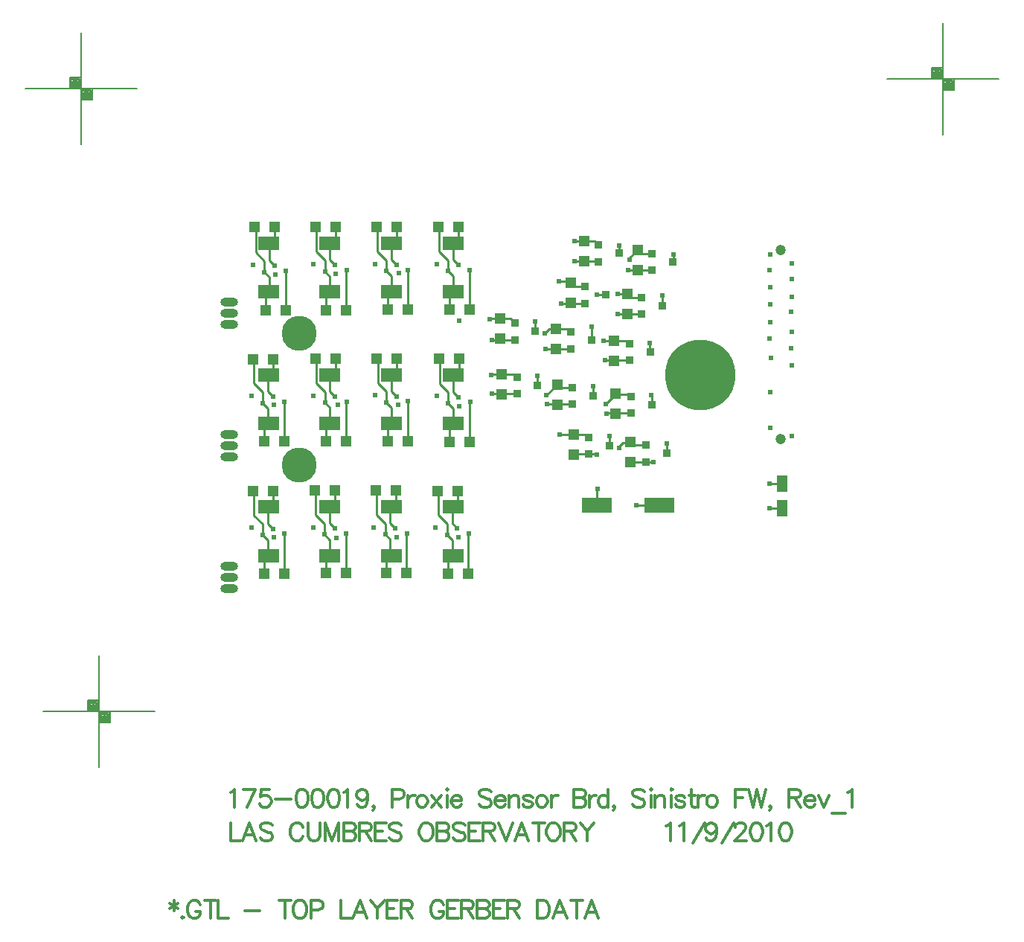
<source format=gtl>
%FSLAX23Y23*%
%MOIN*%
G70*
G01*
G75*
G04 Layer_Physical_Order=1*
G04 Layer_Color=255*
%ADD10R,0.135X0.070*%
%ADD11R,0.050X0.050*%
%ADD12R,0.094X0.059*%
%ADD13R,0.037X0.035*%
%ADD14R,0.037X0.035*%
%ADD15R,0.050X0.050*%
%ADD16R,0.048X0.078*%
%ADD17C,0.010*%
%ADD18C,0.012*%
%ADD19C,0.008*%
%ADD20C,0.012*%
%ADD21C,0.012*%
%ADD22C,0.157*%
%ADD23C,0.315*%
%ADD24O,0.079X0.039*%
%ADD25O,0.079X0.039*%
%ADD26C,0.047*%
%ADD27C,0.024*%
D10*
X16881Y11873D02*
D03*
X16601D02*
D03*
D11*
X16031Y12748D02*
D03*
X15941D02*
D03*
X15888Y11937D02*
D03*
X15978D02*
D03*
X16027Y11567D02*
D03*
X15937D02*
D03*
X15611Y11938D02*
D03*
X15701D02*
D03*
X15750Y11568D02*
D03*
X15660D02*
D03*
X15339Y11938D02*
D03*
X15429D02*
D03*
X15478Y11568D02*
D03*
X15388D02*
D03*
X15063Y11936D02*
D03*
X15153D02*
D03*
X15202Y11566D02*
D03*
X15112D02*
D03*
X15894Y12528D02*
D03*
X15984D02*
D03*
X16033Y12156D02*
D03*
X15943D02*
D03*
X15617Y12529D02*
D03*
X15707D02*
D03*
X15756Y12159D02*
D03*
X15666D02*
D03*
X15341Y12528D02*
D03*
X15431D02*
D03*
X15480Y12158D02*
D03*
X15390D02*
D03*
X15063Y12527D02*
D03*
X15153D02*
D03*
X15202Y12160D02*
D03*
X15112D02*
D03*
X15892Y13118D02*
D03*
X15982D02*
D03*
X15616Y13118D02*
D03*
X15706D02*
D03*
X15755Y12748D02*
D03*
X15665D02*
D03*
X15341Y13118D02*
D03*
X15431D02*
D03*
X15480Y12747D02*
D03*
X15390D02*
D03*
X15070Y13118D02*
D03*
X15160D02*
D03*
X15209Y12744D02*
D03*
X15119D02*
D03*
D12*
X15958Y11864D02*
D03*
Y11647D02*
D03*
X15682Y11864D02*
D03*
Y11647D02*
D03*
X15407Y11864D02*
D03*
Y11647D02*
D03*
X15131Y11864D02*
D03*
Y11647D02*
D03*
X15958Y12454D02*
D03*
Y12238D02*
D03*
X15682Y12454D02*
D03*
Y12238D02*
D03*
X15407Y12454D02*
D03*
Y12238D02*
D03*
X15131Y12454D02*
D03*
Y12238D02*
D03*
X15958Y13045D02*
D03*
Y12828D02*
D03*
X15682Y13045D02*
D03*
Y12828D02*
D03*
X15407Y13045D02*
D03*
Y12828D02*
D03*
X15131Y13045D02*
D03*
Y12828D02*
D03*
D13*
X16821Y12142D02*
D03*
X16914Y12104D02*
D03*
X16566Y12175D02*
D03*
X16659Y12138D02*
D03*
X16755Y12359D02*
D03*
X16848Y12322D02*
D03*
X16493Y12400D02*
D03*
X16585Y12363D02*
D03*
X16244Y12447D02*
D03*
X16337Y12410D02*
D03*
X16749Y12597D02*
D03*
X16841Y12560D02*
D03*
X16487Y12648D02*
D03*
X16579Y12611D02*
D03*
X16234Y12688D02*
D03*
X16327Y12651D02*
D03*
X16801Y12803D02*
D03*
X16894Y12765D02*
D03*
X16549Y12852D02*
D03*
X16642Y12814D02*
D03*
X16850Y13000D02*
D03*
X16942Y12962D02*
D03*
X16609Y13038D02*
D03*
X16702Y13001D02*
D03*
D14*
X16821Y12067D02*
D03*
X16566Y12101D02*
D03*
X16755Y12284D02*
D03*
X16493Y12325D02*
D03*
X16244Y12372D02*
D03*
X16749Y12523D02*
D03*
X16487Y12573D02*
D03*
X16234Y12613D02*
D03*
X16801Y12728D02*
D03*
X16549Y12777D02*
D03*
X16850Y12925D02*
D03*
X16609Y12963D02*
D03*
D15*
X16752Y12064D02*
D03*
Y12154D02*
D03*
X16498Y12098D02*
D03*
Y12188D02*
D03*
X16686Y12282D02*
D03*
Y12372D02*
D03*
X16424Y12323D02*
D03*
Y12413D02*
D03*
X16175Y12370D02*
D03*
Y12460D02*
D03*
X16680Y12520D02*
D03*
Y12610D02*
D03*
X16418Y12571D02*
D03*
Y12661D02*
D03*
X16168Y12618D02*
D03*
Y12708D02*
D03*
X16740Y12728D02*
D03*
Y12818D02*
D03*
X16485Y12779D02*
D03*
Y12869D02*
D03*
X16786Y12927D02*
D03*
Y13017D02*
D03*
X16546Y12967D02*
D03*
Y13057D02*
D03*
D16*
X17431Y11858D02*
D03*
Y11968D02*
D03*
D17*
X16752Y12154D02*
X16765Y12142D01*
X16702Y12135D02*
X16720Y12153D01*
X16751D01*
X16702Y12130D02*
Y12135D01*
X16473Y12876D02*
X16482Y12866D01*
X16485Y12869D02*
X16503Y12852D01*
X16433Y12876D02*
X16473D01*
X16749Y12981D02*
X16786Y13017D01*
X16749Y12973D02*
Y12981D01*
X16388Y12661D02*
X16418D01*
X16368Y12641D02*
X16388Y12661D01*
X16914Y12145D02*
Y12148D01*
X16913Y12144D02*
X16914Y12145D01*
X16913Y12144D02*
X16914Y12143D01*
X16503Y12852D02*
X16549D01*
X16482Y12866D02*
X16485Y12869D01*
X16601Y11943D02*
X16604Y11946D01*
X16601Y11873D02*
Y11943D01*
X16778Y11872D02*
X16779Y11873D01*
X16881D01*
X16686Y12369D02*
X16745D01*
X16755Y12359D01*
X16914Y12104D02*
Y12143D01*
X16659Y12180D02*
X16660Y12181D01*
X16659Y12138D02*
Y12180D01*
X16847Y12366D02*
X16848Y12365D01*
Y12322D02*
Y12365D01*
X16585Y12403D02*
X16586Y12404D01*
X16585Y12363D02*
Y12403D01*
X16336Y12453D02*
X16337Y12452D01*
Y12410D02*
Y12452D01*
X16840Y12561D02*
X16841Y12560D01*
X16840Y12561D02*
Y12599D01*
X16579Y12611D02*
X16579Y12611D01*
X16579Y12611D02*
Y12672D01*
X16765Y12142D02*
X16821D01*
X16751Y12153D02*
X16752Y12154D01*
X16554Y12188D02*
X16566Y12175D01*
X16498Y12188D02*
X16554D01*
X16497Y12189D02*
X16498Y12188D01*
X16435Y12189D02*
X16497D01*
X16686Y12369D02*
Y12372D01*
X16643Y12326D02*
X16686Y12369D01*
X16437Y12400D02*
X16493D01*
X16424Y12413D02*
X16437Y12400D01*
X16377Y12366D02*
X16424Y12413D01*
X16377Y12364D02*
Y12366D01*
X16175Y12460D02*
X16232D01*
X16131D02*
X16175D01*
X16232D02*
X16244Y12447D01*
X16128Y12457D02*
X16131Y12460D01*
X16736Y12610D02*
X16749Y12597D01*
X16680Y12610D02*
X16736D01*
X16679Y12609D02*
X16680Y12610D01*
X16631Y12609D02*
X16679D01*
X16474Y12661D02*
X16487Y12648D01*
X16418Y12661D02*
X16474D01*
X16418D02*
X16418Y12661D01*
X16854Y12064D02*
X16856Y12066D01*
X16752Y12064D02*
X16854D01*
X16601Y12101D02*
X16602Y12100D01*
X16566Y12101D02*
X16601D01*
X16498Y12098D02*
X16500Y12101D01*
X16566D01*
X16647Y12283D02*
X16648Y12284D01*
X16755D01*
X16380Y12325D02*
X16380Y12325D01*
X16493D01*
X16132Y12372D02*
X16132Y12372D01*
X16244D01*
X16131Y12613D02*
X16131Y12613D01*
X16234D01*
X16168Y12708D02*
X16214D01*
X16124D02*
X16168D01*
X16121Y12705D02*
X16124Y12708D01*
X16214D02*
X16234Y12688D01*
X16327Y12651D02*
X16327Y12651D01*
Y12695D01*
X16894Y12765D02*
Y12811D01*
X16894Y12811D01*
X16696Y12818D02*
X16696Y12818D01*
X16740D01*
X16755Y12803D01*
X16801D01*
X16640Y12522D02*
X16641Y12523D01*
X16749D01*
X16373Y12572D02*
X16375Y12573D01*
X16487D01*
X16697Y12728D02*
X16697Y12728D01*
X16801D01*
X16602Y12815D02*
X16603Y12814D01*
X16642D01*
X16804Y13000D02*
X16850D01*
X16786Y13017D02*
X16804Y13000D01*
X16546Y13057D02*
X16592D01*
X16501D02*
X16546D01*
X16592D02*
X16610Y13040D01*
X16443Y12777D02*
X16444Y12777D01*
X16549D01*
X16741Y12925D02*
X16741Y12925D01*
X16850D01*
X16501Y12965D02*
X16501Y12965D01*
X16610D01*
X16942Y12962D02*
X16946Y12966D01*
Y12995D01*
X16702Y13002D02*
X16703Y13003D01*
Y13036D01*
X17376Y11858D02*
X17436D01*
X17376Y11968D02*
X17436D01*
X16031Y12926D02*
X16032Y12927D01*
X16031Y12748D02*
Y12926D01*
X15958Y12972D02*
X15981Y12949D01*
X15958Y12972D02*
Y13045D01*
X15982Y13069D01*
Y13118D01*
X15892D02*
X15896Y13114D01*
Y13009D02*
Y13114D01*
Y13009D02*
X15935Y12970D01*
Y12921D02*
Y12970D01*
Y12921D02*
X15958Y12898D01*
Y12828D02*
Y12898D01*
X15941Y12811D02*
X15958Y12828D01*
X15941Y12748D02*
Y12811D01*
X15074Y13005D02*
Y13110D01*
X15070Y13114D02*
X15074Y13110D01*
Y13005D02*
X15113Y12966D01*
X15136Y12824D02*
Y12894D01*
X15113Y12917D02*
X15136Y12894D01*
X15113Y12917D02*
Y12966D01*
X15160Y13064D02*
Y13114D01*
X15209Y12744D02*
Y12922D01*
X15210Y12923D01*
X15119Y12744D02*
Y12807D01*
X15136Y12968D02*
Y13041D01*
Y12968D02*
X15159Y12945D01*
X15136Y13041D02*
X15160Y13064D01*
X15119Y12807D02*
X15136Y12824D01*
X15345Y13008D02*
Y13113D01*
X15341Y13117D02*
X15345Y13113D01*
Y13008D02*
X15384Y12969D01*
X15407Y12827D02*
Y12897D01*
X15384Y12920D02*
X15407Y12897D01*
X15384Y12920D02*
Y12969D01*
X15431Y13068D02*
Y13117D01*
X15480Y12747D02*
Y12925D01*
X15481Y12926D01*
X15390Y12747D02*
Y12810D01*
X15407Y12971D02*
Y13044D01*
Y12971D02*
X15430Y12948D01*
X15407Y13044D02*
X15431Y13068D01*
X15390Y12810D02*
X15407Y12827D01*
X15620Y13009D02*
Y13114D01*
X15616Y13118D02*
X15620Y13114D01*
Y13009D02*
X15659Y12970D01*
X15682Y12828D02*
Y12898D01*
X15659Y12921D02*
X15682Y12898D01*
X15659Y12921D02*
Y12970D01*
X15706Y13069D02*
Y13118D01*
X15755Y12748D02*
Y12926D01*
X15756Y12927D01*
X15665Y12748D02*
Y12811D01*
X15682Y12972D02*
Y13045D01*
Y12972D02*
X15705Y12949D01*
X15682Y13045D02*
X15706Y13069D01*
X15665Y12811D02*
X15682Y12828D01*
X15067Y12418D02*
Y12523D01*
X15063Y12527D02*
X15067Y12523D01*
Y12418D02*
X15106Y12379D01*
X15129Y12237D02*
Y12307D01*
X15106Y12330D02*
X15129Y12307D01*
X15106Y12330D02*
Y12379D01*
X15153Y12478D02*
Y12527D01*
X15202Y12157D02*
Y12335D01*
X15203Y12336D01*
X15112Y12157D02*
Y12220D01*
X15129Y12381D02*
Y12454D01*
Y12381D02*
X15152Y12358D01*
X15129Y12454D02*
X15153Y12478D01*
X15112Y12220D02*
X15129Y12237D01*
X15345Y12419D02*
Y12524D01*
X15341Y12528D02*
X15345Y12524D01*
Y12419D02*
X15384Y12380D01*
X15407Y12238D02*
Y12308D01*
X15384Y12331D02*
X15407Y12308D01*
X15384Y12331D02*
Y12380D01*
X15431Y12479D02*
Y12528D01*
X15480Y12158D02*
Y12336D01*
X15481Y12337D01*
X15390Y12158D02*
Y12221D01*
X15407Y12382D02*
Y12455D01*
Y12382D02*
X15430Y12359D01*
X15407Y12455D02*
X15431Y12479D01*
X15390Y12221D02*
X15407Y12238D01*
X15621Y12420D02*
Y12525D01*
X15617Y12529D02*
X15621Y12525D01*
Y12420D02*
X15660Y12381D01*
X15683Y12239D02*
Y12309D01*
X15660Y12332D02*
X15683Y12309D01*
X15660Y12332D02*
Y12381D01*
X15707Y12480D02*
Y12529D01*
X15756Y12159D02*
Y12337D01*
X15757Y12338D01*
X15666Y12159D02*
Y12222D01*
X15683Y12383D02*
Y12456D01*
Y12383D02*
X15706Y12360D01*
X15683Y12456D02*
X15707Y12480D01*
X15666Y12222D02*
X15683Y12239D01*
X15898Y12417D02*
Y12522D01*
X15894Y12526D02*
X15898Y12522D01*
Y12417D02*
X15937Y12378D01*
X15960Y12236D02*
Y12306D01*
X15937Y12329D02*
X15960Y12306D01*
X15937Y12329D02*
Y12378D01*
X15984Y12477D02*
Y12526D01*
X16033Y12156D02*
Y12334D01*
X16034Y12335D01*
X15943Y12156D02*
Y12219D01*
X15960Y12380D02*
Y12453D01*
Y12380D02*
X15983Y12357D01*
X15960Y12453D02*
X15984Y12477D01*
X15943Y12219D02*
X15960Y12236D01*
X15067Y11827D02*
Y11932D01*
X15063Y11936D02*
X15067Y11932D01*
Y11827D02*
X15106Y11788D01*
X15129Y11647D02*
Y11716D01*
X15106Y11739D02*
X15129Y11716D01*
X15106Y11739D02*
Y11788D01*
X15153Y11887D02*
Y11936D01*
X15202Y11566D02*
Y11744D01*
X15203Y11745D01*
X15112Y11566D02*
Y11629D01*
X15129Y11790D02*
Y11863D01*
Y11790D02*
X15152Y11767D01*
X15129Y11863D02*
X15153Y11887D01*
X15112Y11629D02*
X15129Y11647D01*
X15343Y11829D02*
Y11934D01*
X15339Y11938D02*
X15343Y11934D01*
Y11829D02*
X15382Y11790D01*
X15405Y11648D02*
Y11717D01*
X15382Y11741D02*
X15405Y11717D01*
X15382Y11741D02*
Y11790D01*
X15429Y11888D02*
Y11938D01*
X15478Y11568D02*
Y11746D01*
X15479Y11747D01*
X15388Y11568D02*
Y11631D01*
X15405Y11791D02*
Y11864D01*
Y11791D02*
X15428Y11769D01*
X15405Y11864D02*
X15429Y11888D01*
X15388Y11631D02*
X15405Y11648D01*
X15615Y11829D02*
Y11934D01*
X15611Y11938D02*
X15615Y11934D01*
Y11829D02*
X15654Y11790D01*
X15677Y11648D02*
Y11718D01*
X15654Y11741D02*
X15677Y11718D01*
X15654Y11741D02*
Y11790D01*
X15701Y11888D02*
Y11938D01*
X15750Y11568D02*
Y11746D01*
X15751Y11747D01*
X15660Y11568D02*
Y11631D01*
X15677Y11792D02*
Y11865D01*
Y11792D02*
X15700Y11769D01*
X15677Y11865D02*
X15701Y11888D01*
X15660Y11631D02*
X15677Y11648D01*
X15892Y11828D02*
Y11933D01*
X15888Y11937D02*
X15892Y11933D01*
Y11828D02*
X15931Y11789D01*
X15954Y11647D02*
Y11717D01*
X15931Y11740D02*
X15954Y11717D01*
X15931Y11740D02*
Y11789D01*
X15978Y11888D02*
Y11937D01*
X16027Y11567D02*
Y11745D01*
X16028Y11746D01*
X15937Y11567D02*
Y11630D01*
X15954Y11791D02*
Y11864D01*
Y11791D02*
X15977Y11768D01*
X15954Y11864D02*
X15978Y11888D01*
X15937Y11630D02*
X15954Y11647D01*
D18*
X14708Y10102D02*
Y10056D01*
X14689Y10090D02*
X14727Y10067D01*
Y10090D02*
X14689Y10067D01*
X14747Y10029D02*
X14743Y10026D01*
X14747Y10022D01*
X14751Y10026D01*
X14747Y10029D01*
X14826Y10083D02*
X14822Y10090D01*
X14814Y10098D01*
X14807Y10102D01*
X14791D01*
X14784Y10098D01*
X14776Y10090D01*
X14772Y10083D01*
X14769Y10071D01*
Y10052D01*
X14772Y10041D01*
X14776Y10033D01*
X14784Y10026D01*
X14791Y10022D01*
X14807D01*
X14814Y10026D01*
X14822Y10033D01*
X14826Y10041D01*
Y10052D01*
X14807D02*
X14826D01*
X14871Y10102D02*
Y10022D01*
X14844Y10102D02*
X14897D01*
X14907D02*
Y10022D01*
X14953D01*
X15024Y10056D02*
X15093D01*
X15206Y10102D02*
Y10022D01*
X15179Y10102D02*
X15233D01*
X15265D02*
X15257Y10098D01*
X15250Y10090D01*
X15246Y10083D01*
X15242Y10071D01*
Y10052D01*
X15246Y10041D01*
X15250Y10033D01*
X15257Y10026D01*
X15265Y10022D01*
X15280D01*
X15288Y10026D01*
X15295Y10033D01*
X15299Y10041D01*
X15303Y10052D01*
Y10071D01*
X15299Y10083D01*
X15295Y10090D01*
X15288Y10098D01*
X15280Y10102D01*
X15265D01*
X15322Y10060D02*
X15356D01*
X15367Y10064D01*
X15371Y10067D01*
X15375Y10075D01*
Y10086D01*
X15371Y10094D01*
X15367Y10098D01*
X15356Y10102D01*
X15322D01*
Y10022D01*
X15456Y10102D02*
Y10022D01*
X15501D01*
X15571D02*
X15541Y10102D01*
X15510Y10022D01*
X15522Y10048D02*
X15560D01*
X15590Y10102D02*
X15620Y10064D01*
Y10022D01*
X15651Y10102D02*
X15620Y10064D01*
X15710Y10102D02*
X15661D01*
Y10022D01*
X15710D01*
X15661Y10064D02*
X15691D01*
X15724Y10102D02*
Y10022D01*
Y10102D02*
X15758D01*
X15770Y10098D01*
X15773Y10094D01*
X15777Y10086D01*
Y10079D01*
X15773Y10071D01*
X15770Y10067D01*
X15758Y10064D01*
X15724D01*
X15750D02*
X15777Y10022D01*
X15915Y10083D02*
X15911Y10090D01*
X15904Y10098D01*
X15896Y10102D01*
X15881D01*
X15873Y10098D01*
X15866Y10090D01*
X15862Y10083D01*
X15858Y10071D01*
Y10052D01*
X15862Y10041D01*
X15866Y10033D01*
X15873Y10026D01*
X15881Y10022D01*
X15896D01*
X15904Y10026D01*
X15911Y10033D01*
X15915Y10041D01*
Y10052D01*
X15896D02*
X15915D01*
X15983Y10102D02*
X15933D01*
Y10022D01*
X15983D01*
X15933Y10064D02*
X15964D01*
X15996Y10102D02*
Y10022D01*
Y10102D02*
X16030D01*
X16042Y10098D01*
X16046Y10094D01*
X16049Y10086D01*
Y10079D01*
X16046Y10071D01*
X16042Y10067D01*
X16030Y10064D01*
X15996D01*
X16023D02*
X16049Y10022D01*
X16067Y10102D02*
Y10022D01*
Y10102D02*
X16102D01*
X16113Y10098D01*
X16117Y10094D01*
X16121Y10086D01*
Y10079D01*
X16117Y10071D01*
X16113Y10067D01*
X16102Y10064D01*
X16067D02*
X16102D01*
X16113Y10060D01*
X16117Y10056D01*
X16121Y10048D01*
Y10037D01*
X16117Y10029D01*
X16113Y10026D01*
X16102Y10022D01*
X16067D01*
X16188Y10102D02*
X16139D01*
Y10022D01*
X16188D01*
X16139Y10064D02*
X16169D01*
X16201Y10102D02*
Y10022D01*
Y10102D02*
X16236D01*
X16247Y10098D01*
X16251Y10094D01*
X16255Y10086D01*
Y10079D01*
X16251Y10071D01*
X16247Y10067D01*
X16236Y10064D01*
X16201D01*
X16228D02*
X16255Y10022D01*
X16336Y10102D02*
Y10022D01*
Y10102D02*
X16362D01*
X16374Y10098D01*
X16381Y10090D01*
X16385Y10083D01*
X16389Y10071D01*
Y10052D01*
X16385Y10041D01*
X16381Y10033D01*
X16374Y10026D01*
X16362Y10022D01*
X16336D01*
X16468D02*
X16437Y10102D01*
X16407Y10022D01*
X16418Y10048D02*
X16456D01*
X16513Y10102D02*
Y10022D01*
X16486Y10102D02*
X16540D01*
X16610Y10022D02*
X16580Y10102D01*
X16549Y10022D01*
X16561Y10048D02*
X16599D01*
D19*
X14123Y10950D02*
X14623D01*
X14373Y10700D02*
Y11200D01*
X14323Y10950D02*
Y11000D01*
X14373D01*
X14423Y10900D02*
Y10950D01*
X14373Y10900D02*
X14423D01*
X14378Y10945D02*
X14418D01*
Y10905D02*
Y10945D01*
X14378Y10905D02*
X14418D01*
X14378D02*
Y10945D01*
X14383Y10940D02*
X14413D01*
Y10910D02*
Y10940D01*
X14383Y10910D02*
X14413D01*
X14383D02*
Y10935D01*
X14388D02*
X14408D01*
Y10915D02*
Y10935D01*
X14388Y10915D02*
X14408D01*
X14388D02*
Y10930D01*
X14393D02*
X14403D01*
Y10920D02*
Y10930D01*
X14393Y10920D02*
X14403D01*
X14393D02*
Y10930D01*
Y10925D02*
X14403D01*
X14328Y10995D02*
X14368D01*
Y10955D02*
Y10995D01*
X14328Y10955D02*
X14368D01*
X14328D02*
Y10995D01*
X14333Y10990D02*
X14363D01*
Y10960D02*
Y10990D01*
X14333Y10960D02*
X14363D01*
X14333D02*
Y10985D01*
X14338D02*
X14358D01*
Y10965D02*
Y10985D01*
X14338Y10965D02*
X14358D01*
X14338D02*
Y10980D01*
X14343D02*
X14353D01*
Y10970D02*
Y10980D01*
X14343Y10970D02*
X14353D01*
X14343D02*
Y10980D01*
Y10975D02*
X14353D01*
X17902Y13781D02*
X18402D01*
X18152Y13531D02*
Y14031D01*
X18102Y13781D02*
Y13831D01*
X18152D01*
X18202Y13731D02*
Y13781D01*
X18152Y13731D02*
X18202D01*
X18157Y13776D02*
X18197D01*
Y13736D02*
Y13776D01*
X18157Y13736D02*
X18197D01*
X18157D02*
Y13776D01*
X18162Y13771D02*
X18192D01*
Y13741D02*
Y13771D01*
X18162Y13741D02*
X18192D01*
X18162D02*
Y13766D01*
X18167D02*
X18187D01*
Y13746D02*
Y13766D01*
X18167Y13746D02*
X18187D01*
X18167D02*
Y13761D01*
X18172D02*
X18182D01*
Y13751D02*
Y13761D01*
X18172Y13751D02*
X18182D01*
X18172D02*
Y13761D01*
Y13756D02*
X18182D01*
X18107Y13826D02*
X18147D01*
Y13786D02*
Y13826D01*
X18107Y13786D02*
X18147D01*
X18107D02*
Y13826D01*
X18112Y13821D02*
X18142D01*
Y13791D02*
Y13821D01*
X18112Y13791D02*
X18142D01*
X18112D02*
Y13816D01*
X18117D02*
X18137D01*
Y13796D02*
Y13816D01*
X18117Y13796D02*
X18137D01*
X18117D02*
Y13811D01*
X18122D02*
X18132D01*
Y13801D02*
Y13811D01*
X18122Y13801D02*
X18132D01*
X18122D02*
Y13811D01*
Y13806D02*
X18132D01*
X14042Y13738D02*
X14542D01*
X14292Y13488D02*
Y13988D01*
X14242Y13738D02*
Y13788D01*
X14292D01*
X14342Y13688D02*
Y13738D01*
X14292Y13688D02*
X14342D01*
X14297Y13733D02*
X14337D01*
Y13693D02*
Y13733D01*
X14297Y13693D02*
X14337D01*
X14297D02*
Y13733D01*
X14302Y13728D02*
X14332D01*
Y13698D02*
Y13728D01*
X14302Y13698D02*
X14332D01*
X14302D02*
Y13723D01*
X14307D02*
X14327D01*
Y13703D02*
Y13723D01*
X14307Y13703D02*
X14327D01*
X14307D02*
Y13718D01*
X14312D02*
X14322D01*
Y13708D02*
Y13718D01*
X14312Y13708D02*
X14322D01*
X14312D02*
Y13718D01*
Y13713D02*
X14322D01*
X14247Y13783D02*
X14287D01*
Y13743D02*
Y13783D01*
X14247Y13743D02*
X14287D01*
X14247D02*
Y13783D01*
X14252Y13778D02*
X14282D01*
Y13748D02*
Y13778D01*
X14252Y13748D02*
X14282D01*
X14252D02*
Y13773D01*
X14257D02*
X14277D01*
Y13753D02*
Y13773D01*
X14257Y13753D02*
X14277D01*
X14257D02*
Y13768D01*
X14262D02*
X14272D01*
Y13758D02*
Y13768D01*
X14262Y13758D02*
X14272D01*
X14262D02*
Y13768D01*
Y13763D02*
X14272D01*
D20*
X14961Y10449D02*
Y10369D01*
X15007D01*
X15076D02*
X15046Y10449D01*
X15015Y10369D01*
X15027Y10396D02*
X15065D01*
X15148Y10438D02*
X15141Y10445D01*
X15129Y10449D01*
X15114D01*
X15103Y10445D01*
X15095Y10438D01*
Y10430D01*
X15099Y10423D01*
X15103Y10419D01*
X15110Y10415D01*
X15133Y10407D01*
X15141Y10404D01*
X15145Y10400D01*
X15148Y10392D01*
Y10381D01*
X15141Y10373D01*
X15129Y10369D01*
X15114D01*
X15103Y10373D01*
X15095Y10381D01*
X15286Y10430D02*
X15282Y10438D01*
X15275Y10445D01*
X15267Y10449D01*
X15252D01*
X15244Y10445D01*
X15237Y10438D01*
X15233Y10430D01*
X15229Y10419D01*
Y10400D01*
X15233Y10388D01*
X15237Y10381D01*
X15244Y10373D01*
X15252Y10369D01*
X15267D01*
X15275Y10373D01*
X15282Y10381D01*
X15286Y10388D01*
X15309Y10449D02*
Y10392D01*
X15313Y10381D01*
X15320Y10373D01*
X15332Y10369D01*
X15339D01*
X15351Y10373D01*
X15358Y10381D01*
X15362Y10392D01*
Y10449D01*
X15384D02*
Y10369D01*
Y10449D02*
X15415Y10369D01*
X15445Y10449D02*
X15415Y10369D01*
X15445Y10449D02*
Y10369D01*
X15468Y10449D02*
Y10369D01*
Y10449D02*
X15502D01*
X15514Y10445D01*
X15517Y10442D01*
X15521Y10434D01*
Y10426D01*
X15517Y10419D01*
X15514Y10415D01*
X15502Y10411D01*
X15468D02*
X15502D01*
X15514Y10407D01*
X15517Y10404D01*
X15521Y10396D01*
Y10385D01*
X15517Y10377D01*
X15514Y10373D01*
X15502Y10369D01*
X15468D01*
X15539Y10449D02*
Y10369D01*
Y10449D02*
X15573D01*
X15585Y10445D01*
X15589Y10442D01*
X15593Y10434D01*
Y10426D01*
X15589Y10419D01*
X15585Y10415D01*
X15573Y10411D01*
X15539D01*
X15566D02*
X15593Y10369D01*
X15660Y10449D02*
X15610D01*
Y10369D01*
X15660D01*
X15610Y10411D02*
X15641D01*
X15727Y10438D02*
X15719Y10445D01*
X15708Y10449D01*
X15692D01*
X15681Y10445D01*
X15673Y10438D01*
Y10430D01*
X15677Y10423D01*
X15681Y10419D01*
X15688Y10415D01*
X15711Y10407D01*
X15719Y10404D01*
X15723Y10400D01*
X15727Y10392D01*
Y10381D01*
X15719Y10373D01*
X15708Y10369D01*
X15692D01*
X15681Y10373D01*
X15673Y10381D01*
X15830Y10449D02*
X15823Y10445D01*
X15815Y10438D01*
X15811Y10430D01*
X15807Y10419D01*
Y10400D01*
X15811Y10388D01*
X15815Y10381D01*
X15823Y10373D01*
X15830Y10369D01*
X15845D01*
X15853Y10373D01*
X15861Y10381D01*
X15864Y10388D01*
X15868Y10400D01*
Y10419D01*
X15864Y10430D01*
X15861Y10438D01*
X15853Y10445D01*
X15845Y10449D01*
X15830D01*
X15887D02*
Y10369D01*
Y10449D02*
X15921D01*
X15933Y10445D01*
X15936Y10442D01*
X15940Y10434D01*
Y10426D01*
X15936Y10419D01*
X15933Y10415D01*
X15921Y10411D01*
X15887D02*
X15921D01*
X15933Y10407D01*
X15936Y10404D01*
X15940Y10396D01*
Y10385D01*
X15936Y10377D01*
X15933Y10373D01*
X15921Y10369D01*
X15887D01*
X16011Y10438D02*
X16004Y10445D01*
X15992Y10449D01*
X15977D01*
X15966Y10445D01*
X15958Y10438D01*
Y10430D01*
X15962Y10423D01*
X15966Y10419D01*
X15973Y10415D01*
X15996Y10407D01*
X16004Y10404D01*
X16008Y10400D01*
X16011Y10392D01*
Y10381D01*
X16004Y10373D01*
X15992Y10369D01*
X15977D01*
X15966Y10373D01*
X15958Y10381D01*
X16079Y10449D02*
X16029D01*
Y10369D01*
X16079D01*
X16029Y10411D02*
X16060D01*
X16092Y10449D02*
Y10369D01*
Y10449D02*
X16126D01*
X16138Y10445D01*
X16142Y10442D01*
X16146Y10434D01*
Y10426D01*
X16142Y10419D01*
X16138Y10415D01*
X16126Y10411D01*
X16092D01*
X16119D02*
X16146Y10369D01*
X16163Y10449D02*
X16194Y10369D01*
X16224Y10449D02*
X16194Y10369D01*
X16296D02*
X16265Y10449D01*
X16235Y10369D01*
X16246Y10396D02*
X16284D01*
X16341Y10449D02*
Y10369D01*
X16314Y10449D02*
X16368D01*
X16400D02*
X16392Y10445D01*
X16385Y10438D01*
X16381Y10430D01*
X16377Y10419D01*
Y10400D01*
X16381Y10388D01*
X16385Y10381D01*
X16392Y10373D01*
X16400Y10369D01*
X16415D01*
X16423Y10373D01*
X16430Y10381D01*
X16434Y10388D01*
X16438Y10400D01*
Y10419D01*
X16434Y10430D01*
X16430Y10438D01*
X16423Y10445D01*
X16415Y10449D01*
X16400D01*
X16457D02*
Y10369D01*
Y10449D02*
X16491D01*
X16502Y10445D01*
X16506Y10442D01*
X16510Y10434D01*
Y10426D01*
X16506Y10419D01*
X16502Y10415D01*
X16491Y10411D01*
X16457D01*
X16483D02*
X16510Y10369D01*
X16528Y10449D02*
X16558Y10411D01*
Y10369D01*
X16589Y10449D02*
X16558Y10411D01*
X16913Y10434D02*
X16921Y10438D01*
X16932Y10449D01*
Y10369D01*
X16972Y10434D02*
X16980Y10438D01*
X16991Y10449D01*
Y10369D01*
X17031Y10358D02*
X17084Y10449D01*
X17139Y10423D02*
X17135Y10411D01*
X17127Y10404D01*
X17116Y10400D01*
X17112D01*
X17101Y10404D01*
X17093Y10411D01*
X17089Y10423D01*
Y10426D01*
X17093Y10438D01*
X17101Y10445D01*
X17112Y10449D01*
X17116D01*
X17127Y10445D01*
X17135Y10438D01*
X17139Y10423D01*
Y10404D01*
X17135Y10385D01*
X17127Y10373D01*
X17116Y10369D01*
X17108D01*
X17097Y10373D01*
X17093Y10381D01*
X17161Y10358D02*
X17214Y10449D01*
X17223Y10430D02*
Y10434D01*
X17227Y10442D01*
X17231Y10445D01*
X17238Y10449D01*
X17253D01*
X17261Y10445D01*
X17265Y10442D01*
X17269Y10434D01*
Y10426D01*
X17265Y10419D01*
X17257Y10407D01*
X17219Y10369D01*
X17273D01*
X17313Y10449D02*
X17302Y10445D01*
X17294Y10434D01*
X17290Y10415D01*
Y10404D01*
X17294Y10385D01*
X17302Y10373D01*
X17313Y10369D01*
X17321D01*
X17332Y10373D01*
X17340Y10385D01*
X17344Y10404D01*
Y10415D01*
X17340Y10434D01*
X17332Y10445D01*
X17321Y10449D01*
X17313D01*
X17362Y10434D02*
X17369Y10438D01*
X17381Y10449D01*
Y10369D01*
X17443Y10449D02*
X17432Y10445D01*
X17424Y10434D01*
X17420Y10415D01*
Y10404D01*
X17424Y10385D01*
X17432Y10373D01*
X17443Y10369D01*
X17451D01*
X17462Y10373D01*
X17470Y10385D01*
X17474Y10404D01*
Y10415D01*
X17470Y10434D01*
X17462Y10445D01*
X17451Y10449D01*
X17443D01*
D21*
X14961Y10584D02*
X14969Y10588D01*
X14980Y10599D01*
Y10519D01*
X15073Y10599D02*
X15035Y10519D01*
X15020Y10599D02*
X15073D01*
X15137D02*
X15099D01*
X15095Y10565D01*
X15099Y10569D01*
X15110Y10573D01*
X15121D01*
X15133Y10569D01*
X15140Y10561D01*
X15144Y10550D01*
Y10542D01*
X15140Y10531D01*
X15133Y10523D01*
X15121Y10519D01*
X15110D01*
X15099Y10523D01*
X15095Y10527D01*
X15091Y10535D01*
X15162Y10554D02*
X15231D01*
X15277Y10599D02*
X15266Y10595D01*
X15258Y10584D01*
X15254Y10565D01*
Y10554D01*
X15258Y10535D01*
X15266Y10523D01*
X15277Y10519D01*
X15285D01*
X15296Y10523D01*
X15304Y10535D01*
X15308Y10554D01*
Y10565D01*
X15304Y10584D01*
X15296Y10595D01*
X15285Y10599D01*
X15277D01*
X15348D02*
X15337Y10595D01*
X15329Y10584D01*
X15326Y10565D01*
Y10554D01*
X15329Y10535D01*
X15337Y10523D01*
X15348Y10519D01*
X15356D01*
X15367Y10523D01*
X15375Y10535D01*
X15379Y10554D01*
Y10565D01*
X15375Y10584D01*
X15367Y10595D01*
X15356Y10599D01*
X15348D01*
X15420D02*
X15408Y10595D01*
X15401Y10584D01*
X15397Y10565D01*
Y10554D01*
X15401Y10535D01*
X15408Y10523D01*
X15420Y10519D01*
X15427D01*
X15439Y10523D01*
X15446Y10535D01*
X15450Y10554D01*
Y10565D01*
X15446Y10584D01*
X15439Y10595D01*
X15427Y10599D01*
X15420D01*
X15468Y10584D02*
X15476Y10588D01*
X15487Y10599D01*
Y10519D01*
X15576Y10573D02*
X15572Y10561D01*
X15565Y10554D01*
X15553Y10550D01*
X15549D01*
X15538Y10554D01*
X15530Y10561D01*
X15527Y10573D01*
Y10576D01*
X15530Y10588D01*
X15538Y10595D01*
X15549Y10599D01*
X15553D01*
X15565Y10595D01*
X15572Y10588D01*
X15576Y10573D01*
Y10554D01*
X15572Y10535D01*
X15565Y10523D01*
X15553Y10519D01*
X15546D01*
X15534Y10523D01*
X15530Y10531D01*
X15605Y10523D02*
X15602Y10519D01*
X15598Y10523D01*
X15602Y10527D01*
X15605Y10523D01*
Y10515D01*
X15602Y10508D01*
X15598Y10504D01*
X15686Y10557D02*
X15720D01*
X15732Y10561D01*
X15735Y10565D01*
X15739Y10573D01*
Y10584D01*
X15735Y10592D01*
X15732Y10595D01*
X15720Y10599D01*
X15686D01*
Y10519D01*
X15757Y10573D02*
Y10519D01*
Y10550D02*
X15761Y10561D01*
X15768Y10569D01*
X15776Y10573D01*
X15788D01*
X15814D02*
X15806Y10569D01*
X15799Y10561D01*
X15795Y10550D01*
Y10542D01*
X15799Y10531D01*
X15806Y10523D01*
X15814Y10519D01*
X15825D01*
X15833Y10523D01*
X15840Y10531D01*
X15844Y10542D01*
Y10550D01*
X15840Y10561D01*
X15833Y10569D01*
X15825Y10573D01*
X15814D01*
X15862D02*
X15904Y10519D01*
Y10573D02*
X15862Y10519D01*
X15928Y10599D02*
X15932Y10595D01*
X15936Y10599D01*
X15932Y10603D01*
X15928Y10599D01*
X15932Y10573D02*
Y10519D01*
X15950Y10550D02*
X15995D01*
Y10557D01*
X15992Y10565D01*
X15988Y10569D01*
X15980Y10573D01*
X15969D01*
X15961Y10569D01*
X15954Y10561D01*
X15950Y10550D01*
Y10542D01*
X15954Y10531D01*
X15961Y10523D01*
X15969Y10519D01*
X15980D01*
X15988Y10523D01*
X15995Y10531D01*
X16129Y10588D02*
X16121Y10595D01*
X16110Y10599D01*
X16095D01*
X16083Y10595D01*
X16075Y10588D01*
Y10580D01*
X16079Y10573D01*
X16083Y10569D01*
X16091Y10565D01*
X16114Y10557D01*
X16121Y10554D01*
X16125Y10550D01*
X16129Y10542D01*
Y10531D01*
X16121Y10523D01*
X16110Y10519D01*
X16095D01*
X16083Y10523D01*
X16075Y10531D01*
X16147Y10550D02*
X16192D01*
Y10557D01*
X16189Y10565D01*
X16185Y10569D01*
X16177Y10573D01*
X16166D01*
X16158Y10569D01*
X16150Y10561D01*
X16147Y10550D01*
Y10542D01*
X16150Y10531D01*
X16158Y10523D01*
X16166Y10519D01*
X16177D01*
X16185Y10523D01*
X16192Y10531D01*
X16210Y10573D02*
Y10519D01*
Y10557D02*
X16221Y10569D01*
X16229Y10573D01*
X16240D01*
X16248Y10569D01*
X16251Y10557D01*
Y10519D01*
X16314Y10561D02*
X16310Y10569D01*
X16299Y10573D01*
X16288D01*
X16276Y10569D01*
X16272Y10561D01*
X16276Y10554D01*
X16284Y10550D01*
X16303Y10546D01*
X16310Y10542D01*
X16314Y10535D01*
Y10531D01*
X16310Y10523D01*
X16299Y10519D01*
X16288D01*
X16276Y10523D01*
X16272Y10531D01*
X16350Y10573D02*
X16342Y10569D01*
X16335Y10561D01*
X16331Y10550D01*
Y10542D01*
X16335Y10531D01*
X16342Y10523D01*
X16350Y10519D01*
X16361D01*
X16369Y10523D01*
X16377Y10531D01*
X16381Y10542D01*
Y10550D01*
X16377Y10561D01*
X16369Y10569D01*
X16361Y10573D01*
X16350D01*
X16398D02*
Y10519D01*
Y10550D02*
X16402Y10561D01*
X16409Y10569D01*
X16417Y10573D01*
X16429D01*
X16499Y10599D02*
Y10519D01*
Y10599D02*
X16533D01*
X16544Y10595D01*
X16548Y10592D01*
X16552Y10584D01*
Y10576D01*
X16548Y10569D01*
X16544Y10565D01*
X16533Y10561D01*
X16499D02*
X16533D01*
X16544Y10557D01*
X16548Y10554D01*
X16552Y10546D01*
Y10535D01*
X16548Y10527D01*
X16544Y10523D01*
X16533Y10519D01*
X16499D01*
X16570Y10573D02*
Y10519D01*
Y10550D02*
X16574Y10561D01*
X16581Y10569D01*
X16589Y10573D01*
X16600D01*
X16653Y10599D02*
Y10519D01*
Y10561D02*
X16646Y10569D01*
X16638Y10573D01*
X16627D01*
X16619Y10569D01*
X16611Y10561D01*
X16608Y10550D01*
Y10542D01*
X16611Y10531D01*
X16619Y10523D01*
X16627Y10519D01*
X16638D01*
X16646Y10523D01*
X16653Y10531D01*
X16682Y10523D02*
X16678Y10519D01*
X16675Y10523D01*
X16678Y10527D01*
X16682Y10523D01*
Y10515D01*
X16678Y10508D01*
X16675Y10504D01*
X16816Y10588D02*
X16808Y10595D01*
X16797Y10599D01*
X16782D01*
X16770Y10595D01*
X16763Y10588D01*
Y10580D01*
X16766Y10573D01*
X16770Y10569D01*
X16778Y10565D01*
X16801Y10557D01*
X16808Y10554D01*
X16812Y10550D01*
X16816Y10542D01*
Y10531D01*
X16808Y10523D01*
X16797Y10519D01*
X16782D01*
X16770Y10523D01*
X16763Y10531D01*
X16841Y10599D02*
X16845Y10595D01*
X16849Y10599D01*
X16845Y10603D01*
X16841Y10599D01*
X16845Y10573D02*
Y10519D01*
X16863Y10573D02*
Y10519D01*
Y10557D02*
X16875Y10569D01*
X16882Y10573D01*
X16894D01*
X16901Y10569D01*
X16905Y10557D01*
Y10519D01*
X16934Y10599D02*
X16937Y10595D01*
X16941Y10599D01*
X16937Y10603D01*
X16934Y10599D01*
X16937Y10573D02*
Y10519D01*
X16997Y10561D02*
X16993Y10569D01*
X16982Y10573D01*
X16971D01*
X16959Y10569D01*
X16955Y10561D01*
X16959Y10554D01*
X16967Y10550D01*
X16986Y10546D01*
X16993Y10542D01*
X16997Y10535D01*
Y10531D01*
X16993Y10523D01*
X16982Y10519D01*
X16971D01*
X16959Y10523D01*
X16955Y10531D01*
X17025Y10599D02*
Y10535D01*
X17029Y10523D01*
X17037Y10519D01*
X17044D01*
X17014Y10573D02*
X17041D01*
X17056D02*
Y10519D01*
Y10550D02*
X17060Y10561D01*
X17067Y10569D01*
X17075Y10573D01*
X17086D01*
X17113D02*
X17105Y10569D01*
X17097Y10561D01*
X17094Y10550D01*
Y10542D01*
X17097Y10531D01*
X17105Y10523D01*
X17113Y10519D01*
X17124D01*
X17132Y10523D01*
X17139Y10531D01*
X17143Y10542D01*
Y10550D01*
X17139Y10561D01*
X17132Y10569D01*
X17124Y10573D01*
X17113D01*
X17223Y10599D02*
Y10519D01*
Y10599D02*
X17273D01*
X17223Y10561D02*
X17254D01*
X17282Y10599D02*
X17301Y10519D01*
X17320Y10599D02*
X17301Y10519D01*
X17320Y10599D02*
X17339Y10519D01*
X17358Y10599D02*
X17339Y10519D01*
X17382Y10523D02*
X17378Y10519D01*
X17374Y10523D01*
X17378Y10527D01*
X17382Y10523D01*
Y10515D01*
X17378Y10508D01*
X17374Y10504D01*
X17462Y10599D02*
Y10519D01*
Y10599D02*
X17496D01*
X17508Y10595D01*
X17512Y10592D01*
X17516Y10584D01*
Y10576D01*
X17512Y10569D01*
X17508Y10565D01*
X17496Y10561D01*
X17462D01*
X17489D02*
X17516Y10519D01*
X17533Y10550D02*
X17579D01*
Y10557D01*
X17575Y10565D01*
X17572Y10569D01*
X17564Y10573D01*
X17552D01*
X17545Y10569D01*
X17537Y10561D01*
X17533Y10550D01*
Y10542D01*
X17537Y10531D01*
X17545Y10523D01*
X17552Y10519D01*
X17564D01*
X17572Y10523D01*
X17579Y10531D01*
X17596Y10573D02*
X17619Y10519D01*
X17642Y10573D02*
X17619Y10519D01*
X17655Y10493D02*
X17716D01*
X17726Y10584D02*
X17734Y10588D01*
X17745Y10599D01*
Y10519D01*
D22*
X15269Y12051D02*
D03*
Y12641D02*
D03*
D23*
X17066Y12455D02*
D03*
D24*
X14955Y12781D02*
D03*
Y12190D02*
D03*
X14955Y11600D02*
D03*
D25*
X14955Y12731D02*
D03*
Y12681D02*
D03*
Y12140D02*
D03*
Y12090D02*
D03*
X14955Y11550D02*
D03*
Y11500D02*
D03*
D26*
X17426Y13017D02*
D03*
Y12169D02*
D03*
D27*
X16749Y12973D02*
D03*
X16368Y12641D02*
D03*
X16914Y12148D02*
D03*
X16433Y12876D02*
D03*
X15714Y12911D02*
D03*
X16604Y11946D02*
D03*
X16778Y11872D02*
D03*
X17380Y12380D02*
D03*
X17474Y12499D02*
D03*
X17381Y12532D02*
D03*
X17472Y12574D02*
D03*
X17377Y12619D02*
D03*
X16660Y12181D02*
D03*
X17477Y12650D02*
D03*
X16847Y12366D02*
D03*
X17378Y12691D02*
D03*
X16586Y12404D02*
D03*
X17473Y12738D02*
D03*
X16336Y12453D02*
D03*
X16840Y12599D02*
D03*
X17378Y12772D02*
D03*
X16579Y12672D02*
D03*
X17474Y12805D02*
D03*
X16702Y12130D02*
D03*
X15981Y11730D02*
D03*
X16435Y12189D02*
D03*
X15704Y11729D02*
D03*
X16643Y12326D02*
D03*
X15434Y11725D02*
D03*
X16377Y12364D02*
D03*
X15154Y11729D02*
D03*
X16128Y12457D02*
D03*
X15986Y12315D02*
D03*
X16631Y12609D02*
D03*
X15711Y12323D02*
D03*
X15443D02*
D03*
X16856Y12066D02*
D03*
X16602Y12100D02*
D03*
X16647Y12283D02*
D03*
X16380Y12325D02*
D03*
X16132Y12372D02*
D03*
X16131Y12613D02*
D03*
X15155Y12321D02*
D03*
X16121Y12705D02*
D03*
X16327Y12695D02*
D03*
X17380Y12848D02*
D03*
X16894Y12811D02*
D03*
X17475Y12884D02*
D03*
X15984Y12698D02*
D03*
X16696Y12818D02*
D03*
X16640Y12522D02*
D03*
X16373Y12572D02*
D03*
X16697Y12728D02*
D03*
X16602Y12815D02*
D03*
X16443Y12777D02*
D03*
X16501Y12965D02*
D03*
Y13057D02*
D03*
X16741Y12925D02*
D03*
X16946Y12995D02*
D03*
X16703Y13036D02*
D03*
X17377Y12924D02*
D03*
X15433Y12910D02*
D03*
X15162Y12907D02*
D03*
X17474Y12956D02*
D03*
X17378Y12997D02*
D03*
X17378Y12218D02*
D03*
X17474Y12182D02*
D03*
X17376Y11858D02*
D03*
Y11968D02*
D03*
X15884Y12953D02*
D03*
X16032Y12927D02*
D03*
X15981Y12949D02*
D03*
X15935Y12921D02*
D03*
X15113Y12917D02*
D03*
X15210Y12923D02*
D03*
X15159Y12945D02*
D03*
X15062Y12949D02*
D03*
X15384Y12920D02*
D03*
X15481Y12926D02*
D03*
X15430Y12948D02*
D03*
X15333Y12952D02*
D03*
X15659Y12921D02*
D03*
X15756Y12927D02*
D03*
X15705Y12949D02*
D03*
X15608Y12953D02*
D03*
X15106Y12330D02*
D03*
X15203Y12336D02*
D03*
X15152Y12358D02*
D03*
X15055Y12362D02*
D03*
X15384Y12331D02*
D03*
X15481Y12337D02*
D03*
X15430Y12359D02*
D03*
X15333Y12363D02*
D03*
X15660Y12332D02*
D03*
X15757Y12338D02*
D03*
X15706Y12360D02*
D03*
X15609Y12364D02*
D03*
X15937Y12329D02*
D03*
X16034Y12335D02*
D03*
X15983Y12357D02*
D03*
X15886Y12361D02*
D03*
X15106Y11739D02*
D03*
X15203Y11745D02*
D03*
X15152Y11767D02*
D03*
X15055Y11771D02*
D03*
X15382Y11741D02*
D03*
X15479Y11747D02*
D03*
X15428Y11769D02*
D03*
X15331Y11773D02*
D03*
X15654Y11741D02*
D03*
X15751Y11747D02*
D03*
X15700Y11769D02*
D03*
X15603Y11773D02*
D03*
X15931Y11740D02*
D03*
X16028Y11746D02*
D03*
X15977Y11768D02*
D03*
X15880Y11772D02*
D03*
M02*

</source>
